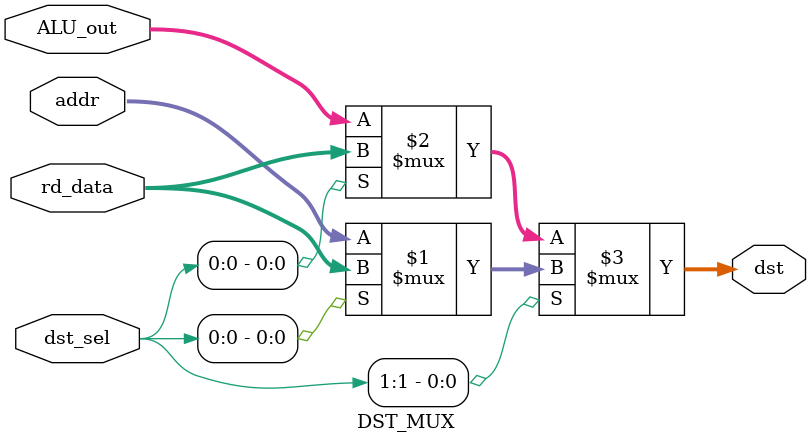
<source format=v>
module DST_MUX(dst, ALU_out, rd_data, addr, dst_sel);
input [1:0]dst_sel;                     // Input select
input [15:0] ALU_out, rd_data, addr;    // dst reads from ALU, Memory, or PC + 1
output [15:0] dst;                      // Mux output

// dst_sel selects between ALU, Mem, PC + 1
assign dst = dst_sel[1]? (dst_sel[0] ? rd_data : addr): dst_sel[0]? rd_data : ALU_out;

endmodule

</source>
